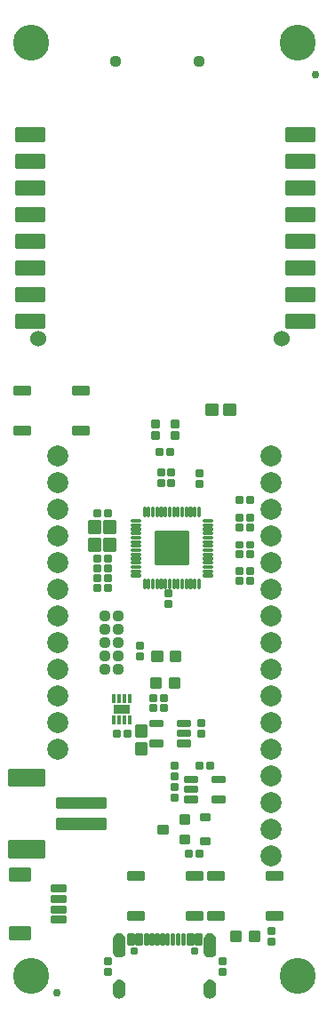
<source format=gts>
G04 EAGLE Gerber RS-274X export*
G75*
%MOMM*%
%FSLAX34Y34*%
%LPD*%
%INSoldermask Top*%
%IPPOS*%
%AMOC8*
5,1,8,0,0,1.08239X$1,22.5*%
G01*
%ADD10C,0.227100*%
%ADD11C,0.428259*%
%ADD12C,0.231750*%
%ADD13C,0.762000*%
%ADD14C,0.225588*%
%ADD15C,0.225369*%
%ADD16C,0.225400*%
%ADD17C,0.224509*%
%ADD18C,3.429000*%
%ADD19C,0.228900*%
%ADD20C,0.232887*%
%ADD21C,0.220859*%
%ADD22C,0.230578*%
%ADD23C,0.777000*%
%ADD24C,0.222250*%
%ADD25C,1.127000*%
%ADD26R,0.440000X0.840000*%
%ADD27R,1.520000X0.940000*%
%ADD28C,2.006600*%
%ADD29C,0.223409*%
%ADD30C,0.228319*%
%ADD31C,1.526997*%
%ADD32C,0.231559*%

G36*
X196884Y42883D02*
X196884Y42883D01*
X196890Y42889D01*
X196895Y42885D01*
X198125Y43250D01*
X198130Y43257D01*
X198135Y43255D01*
X199254Y43885D01*
X199257Y43892D01*
X199263Y43891D01*
X200213Y44754D01*
X200214Y44762D01*
X200220Y44762D01*
X200954Y45815D01*
X200954Y45823D01*
X200959Y45825D01*
X201441Y47015D01*
X201439Y47020D01*
X201443Y47023D01*
X201442Y47024D01*
X201444Y47025D01*
X201649Y48292D01*
X201646Y48297D01*
X201649Y48300D01*
X201649Y60300D01*
X201646Y60304D01*
X201649Y60307D01*
X201494Y61429D01*
X201489Y61434D01*
X201492Y61438D01*
X201121Y62509D01*
X201115Y62513D01*
X201117Y62518D01*
X200544Y63495D01*
X200538Y63498D01*
X200539Y63503D01*
X199786Y64350D01*
X199779Y64352D01*
X199779Y64357D01*
X198876Y65041D01*
X198869Y65041D01*
X198868Y65046D01*
X197849Y65541D01*
X197842Y65539D01*
X197840Y65544D01*
X196743Y65831D01*
X196737Y65828D01*
X196734Y65832D01*
X195603Y65899D01*
X195597Y65899D01*
X194466Y65832D01*
X194461Y65827D01*
X194457Y65831D01*
X193360Y65544D01*
X193356Y65538D01*
X193351Y65541D01*
X192332Y65046D01*
X192329Y65040D01*
X192324Y65041D01*
X191421Y64357D01*
X191419Y64350D01*
X191414Y64350D01*
X190661Y63503D01*
X190661Y63496D01*
X190656Y63495D01*
X190083Y62518D01*
X190084Y62515D01*
X190083Y62514D01*
X190084Y62513D01*
X190084Y62511D01*
X190079Y62509D01*
X189708Y61438D01*
X189710Y61433D01*
X189707Y61431D01*
X189707Y61430D01*
X189706Y61429D01*
X189551Y60307D01*
X189554Y60302D01*
X189551Y60300D01*
X189551Y48300D01*
X189554Y48295D01*
X189551Y48292D01*
X189756Y47025D01*
X189762Y47019D01*
X189759Y47015D01*
X190241Y45825D01*
X190248Y45821D01*
X190246Y45815D01*
X190980Y44762D01*
X190988Y44760D01*
X190987Y44754D01*
X191937Y43891D01*
X191946Y43890D01*
X191946Y43885D01*
X193065Y43255D01*
X193073Y43256D01*
X193075Y43250D01*
X194305Y42885D01*
X194313Y42888D01*
X194316Y42883D01*
X195597Y42801D01*
X195601Y42804D01*
X195603Y42801D01*
X196884Y42883D01*
G37*
G36*
X110484Y42883D02*
X110484Y42883D01*
X110490Y42889D01*
X110495Y42885D01*
X111725Y43250D01*
X111730Y43257D01*
X111735Y43255D01*
X112854Y43885D01*
X112857Y43892D01*
X112863Y43891D01*
X113813Y44754D01*
X113814Y44762D01*
X113820Y44762D01*
X114554Y45815D01*
X114554Y45823D01*
X114559Y45825D01*
X115041Y47015D01*
X115039Y47020D01*
X115043Y47023D01*
X115042Y47024D01*
X115044Y47025D01*
X115249Y48292D01*
X115246Y48297D01*
X115249Y48300D01*
X115249Y60300D01*
X115246Y60304D01*
X115249Y60307D01*
X115094Y61429D01*
X115089Y61434D01*
X115092Y61438D01*
X114721Y62509D01*
X114715Y62513D01*
X114717Y62518D01*
X114144Y63495D01*
X114138Y63498D01*
X114139Y63503D01*
X113386Y64350D01*
X113379Y64352D01*
X113379Y64357D01*
X112476Y65041D01*
X112469Y65041D01*
X112468Y65046D01*
X111449Y65541D01*
X111442Y65539D01*
X111440Y65544D01*
X110343Y65831D01*
X110337Y65828D01*
X110334Y65832D01*
X109203Y65899D01*
X109197Y65899D01*
X108066Y65832D01*
X108061Y65827D01*
X108057Y65831D01*
X106960Y65544D01*
X106956Y65538D01*
X106951Y65541D01*
X105932Y65046D01*
X105929Y65040D01*
X105924Y65041D01*
X105021Y64357D01*
X105019Y64350D01*
X105014Y64350D01*
X104261Y63503D01*
X104261Y63496D01*
X104256Y63495D01*
X103683Y62518D01*
X103684Y62515D01*
X103683Y62514D01*
X103684Y62513D01*
X103684Y62511D01*
X103679Y62509D01*
X103308Y61438D01*
X103310Y61433D01*
X103307Y61431D01*
X103307Y61430D01*
X103306Y61429D01*
X103151Y60307D01*
X103154Y60302D01*
X103151Y60300D01*
X103151Y48300D01*
X103154Y48295D01*
X103151Y48292D01*
X103356Y47025D01*
X103362Y47019D01*
X103359Y47015D01*
X103841Y45825D01*
X103848Y45821D01*
X103846Y45815D01*
X104580Y44762D01*
X104588Y44760D01*
X104587Y44754D01*
X105537Y43891D01*
X105546Y43890D01*
X105546Y43885D01*
X106665Y43255D01*
X106673Y43256D01*
X106675Y43250D01*
X107905Y42885D01*
X107913Y42888D01*
X107916Y42883D01*
X109197Y42801D01*
X109201Y42804D01*
X109203Y42801D01*
X110484Y42883D01*
G37*
G36*
X196771Y3611D02*
X196771Y3611D01*
X196776Y3616D01*
X196780Y3613D01*
X197903Y3948D01*
X197907Y3954D01*
X197911Y3952D01*
X198947Y4500D01*
X198950Y4506D01*
X198955Y4505D01*
X199863Y5244D01*
X199865Y5251D01*
X199870Y5251D01*
X200617Y6153D01*
X200617Y6161D01*
X200623Y6161D01*
X201179Y7192D01*
X201178Y7199D01*
X201183Y7201D01*
X201527Y8320D01*
X201525Y8327D01*
X201529Y8330D01*
X201649Y9495D01*
X201647Y9498D01*
X201649Y9500D01*
X201649Y15500D01*
X201647Y15503D01*
X201649Y15505D01*
X201538Y16681D01*
X201533Y16686D01*
X201536Y16690D01*
X201198Y17822D01*
X201192Y17826D01*
X201194Y17831D01*
X200642Y18875D01*
X200635Y18878D01*
X200637Y18883D01*
X199891Y19799D01*
X199884Y19800D01*
X199884Y19806D01*
X198975Y20559D01*
X198967Y20559D01*
X198967Y20564D01*
X197927Y21125D01*
X197920Y21124D01*
X197918Y21129D01*
X196789Y21476D01*
X196783Y21474D01*
X196780Y21478D01*
X195605Y21599D01*
X195598Y21595D01*
X195594Y21599D01*
X194254Y21442D01*
X194248Y21437D01*
X194243Y21440D01*
X192972Y20989D01*
X192967Y20982D01*
X192962Y20984D01*
X191823Y20262D01*
X191820Y20254D01*
X191814Y20255D01*
X190864Y19297D01*
X190863Y19289D01*
X190857Y19288D01*
X190144Y18143D01*
X190145Y18135D01*
X190139Y18133D01*
X189699Y16857D01*
X189701Y16850D01*
X189697Y16847D01*
X189551Y15505D01*
X189553Y15502D01*
X189551Y15500D01*
X189551Y9500D01*
X189553Y9497D01*
X189551Y9494D01*
X189706Y8165D01*
X189712Y8159D01*
X189709Y8155D01*
X190156Y6894D01*
X190163Y6889D01*
X190161Y6884D01*
X190878Y5754D01*
X190885Y5751D01*
X190884Y5745D01*
X191835Y4803D01*
X191843Y4802D01*
X191843Y4796D01*
X192979Y4089D01*
X192987Y4090D01*
X192989Y4084D01*
X194254Y3648D01*
X194259Y3649D01*
X194260Y3649D01*
X194263Y3649D01*
X194265Y3645D01*
X195595Y3501D01*
X195601Y3505D01*
X195605Y3501D01*
X196771Y3611D01*
G37*
G36*
X110371Y3611D02*
X110371Y3611D01*
X110376Y3616D01*
X110380Y3613D01*
X111503Y3948D01*
X111507Y3954D01*
X111511Y3952D01*
X112547Y4500D01*
X112550Y4506D01*
X112555Y4505D01*
X113463Y5244D01*
X113465Y5251D01*
X113470Y5251D01*
X114217Y6153D01*
X114217Y6161D01*
X114223Y6161D01*
X114779Y7192D01*
X114778Y7199D01*
X114783Y7201D01*
X115127Y8320D01*
X115125Y8327D01*
X115129Y8330D01*
X115249Y9495D01*
X115247Y9498D01*
X115249Y9500D01*
X115249Y15500D01*
X115247Y15503D01*
X115249Y15505D01*
X115138Y16681D01*
X115133Y16686D01*
X115136Y16690D01*
X114798Y17822D01*
X114792Y17826D01*
X114794Y17831D01*
X114242Y18875D01*
X114235Y18878D01*
X114237Y18883D01*
X113491Y19799D01*
X113484Y19800D01*
X113484Y19806D01*
X112575Y20559D01*
X112567Y20559D01*
X112567Y20564D01*
X111527Y21125D01*
X111520Y21124D01*
X111518Y21129D01*
X110389Y21476D01*
X110383Y21474D01*
X110380Y21478D01*
X109205Y21599D01*
X109198Y21595D01*
X109194Y21599D01*
X107854Y21442D01*
X107848Y21437D01*
X107843Y21440D01*
X106572Y20989D01*
X106567Y20982D01*
X106562Y20984D01*
X105423Y20262D01*
X105420Y20254D01*
X105414Y20255D01*
X104464Y19297D01*
X104463Y19289D01*
X104457Y19288D01*
X103744Y18143D01*
X103745Y18135D01*
X103739Y18133D01*
X103299Y16857D01*
X103301Y16850D01*
X103297Y16847D01*
X103151Y15505D01*
X103153Y15502D01*
X103151Y15500D01*
X103151Y9500D01*
X103153Y9497D01*
X103151Y9494D01*
X103306Y8165D01*
X103312Y8159D01*
X103309Y8155D01*
X103756Y6894D01*
X103763Y6889D01*
X103761Y6884D01*
X104478Y5754D01*
X104485Y5751D01*
X104484Y5745D01*
X105435Y4803D01*
X105443Y4802D01*
X105443Y4796D01*
X106579Y4089D01*
X106587Y4090D01*
X106589Y4084D01*
X107854Y3648D01*
X107859Y3649D01*
X107860Y3649D01*
X107863Y3649D01*
X107865Y3645D01*
X109195Y3501D01*
X109201Y3505D01*
X109205Y3501D01*
X110371Y3611D01*
G37*
D10*
X186850Y173950D02*
X186850Y179250D01*
X194150Y179250D01*
X194150Y173950D01*
X186850Y173950D01*
X186850Y176107D02*
X194150Y176107D01*
X194150Y178264D02*
X186850Y178264D01*
X186850Y156250D02*
X186850Y150950D01*
X186850Y156250D02*
X194150Y156250D01*
X194150Y150950D01*
X186850Y150950D01*
X186850Y153107D02*
X194150Y153107D01*
X194150Y155264D02*
X186850Y155264D01*
D11*
X157676Y301306D02*
X157676Y308294D01*
X164664Y308294D01*
X164664Y301306D01*
X157676Y301306D01*
X157676Y305375D02*
X164664Y305375D01*
X140136Y308294D02*
X140136Y301306D01*
X140136Y308294D02*
X147124Y308294D01*
X147124Y301306D01*
X140136Y301306D01*
X140136Y305375D02*
X147124Y305375D01*
D12*
X175266Y159076D02*
X175266Y152124D01*
X167314Y152124D01*
X167314Y159076D01*
X175266Y159076D01*
X175266Y154326D02*
X167314Y154326D01*
X167314Y156528D02*
X175266Y156528D01*
X175266Y158730D02*
X167314Y158730D01*
X175266Y171124D02*
X175266Y178076D01*
X175266Y171124D02*
X167314Y171124D01*
X167314Y178076D01*
X175266Y178076D01*
X175266Y173326D02*
X167314Y173326D01*
X167314Y175528D02*
X175266Y175528D01*
X175266Y177730D02*
X167314Y177730D01*
X154266Y168576D02*
X154266Y161624D01*
X146314Y161624D01*
X146314Y168576D01*
X154266Y168576D01*
X154266Y163826D02*
X146314Y163826D01*
X146314Y166028D02*
X154266Y166028D01*
X154266Y168230D02*
X146314Y168230D01*
D11*
X148394Y326706D02*
X148394Y333694D01*
X148394Y326706D02*
X141406Y326706D01*
X141406Y333694D01*
X148394Y333694D01*
X148394Y330775D02*
X141406Y330775D01*
X165934Y333694D02*
X165934Y326706D01*
X158946Y326706D01*
X158946Y333694D01*
X165934Y333694D01*
X165934Y330775D02*
X158946Y330775D01*
D13*
X49530Y8890D03*
X295910Y883920D03*
D14*
X4543Y127487D02*
X4543Y116473D01*
X4543Y127487D02*
X23557Y127487D01*
X23557Y116473D01*
X4543Y116473D01*
X4543Y118616D02*
X23557Y118616D01*
X23557Y120759D02*
X4543Y120759D01*
X4543Y122902D02*
X23557Y122902D01*
X23557Y125045D02*
X4543Y125045D01*
X4543Y127188D02*
X23557Y127188D01*
X4543Y71487D02*
X4543Y60473D01*
X4543Y71487D02*
X23557Y71487D01*
X23557Y60473D01*
X4543Y60473D01*
X4543Y62616D02*
X23557Y62616D01*
X23557Y64759D02*
X4543Y64759D01*
X4543Y66902D02*
X23557Y66902D01*
X23557Y69045D02*
X4543Y69045D01*
X4543Y71188D02*
X23557Y71188D01*
D15*
X44542Y106472D02*
X44542Y111488D01*
X57058Y111488D01*
X57058Y106472D01*
X44542Y106472D01*
X44542Y108613D02*
X57058Y108613D01*
X57058Y110754D02*
X44542Y110754D01*
X44542Y101488D02*
X44542Y96472D01*
X44542Y101488D02*
X57058Y101488D01*
X57058Y96472D01*
X44542Y96472D01*
X44542Y98613D02*
X57058Y98613D01*
X57058Y100754D02*
X44542Y100754D01*
X44542Y91488D02*
X44542Y86472D01*
X44542Y91488D02*
X57058Y91488D01*
X57058Y86472D01*
X44542Y86472D01*
X44542Y88613D02*
X57058Y88613D01*
X57058Y90754D02*
X44542Y90754D01*
X44542Y81488D02*
X44542Y76472D01*
X44542Y81488D02*
X57058Y81488D01*
X57058Y76472D01*
X44542Y76472D01*
X44542Y78613D02*
X57058Y78613D01*
X57058Y80754D02*
X44542Y80754D01*
D16*
X95068Y165832D02*
X95068Y174848D01*
X95068Y165832D02*
X50052Y165832D01*
X50052Y174848D01*
X95068Y174848D01*
X95068Y167973D02*
X50052Y167973D01*
X50052Y170114D02*
X95068Y170114D01*
X95068Y172255D02*
X50052Y172255D01*
X50052Y174396D02*
X95068Y174396D01*
X95068Y185832D02*
X95068Y194848D01*
X95068Y185832D02*
X50052Y185832D01*
X50052Y194848D01*
X95068Y194848D01*
X95068Y187973D02*
X50052Y187973D01*
X50052Y190114D02*
X95068Y190114D01*
X95068Y192255D02*
X50052Y192255D01*
X50052Y194396D02*
X95068Y194396D01*
D17*
X37073Y153853D02*
X4047Y153853D01*
X37073Y153853D02*
X37073Y138827D01*
X4047Y138827D01*
X4047Y153853D01*
X4047Y140960D02*
X37073Y140960D01*
X37073Y143093D02*
X4047Y143093D01*
X4047Y145226D02*
X37073Y145226D01*
X37073Y147359D02*
X4047Y147359D01*
X4047Y149492D02*
X37073Y149492D01*
X37073Y151625D02*
X4047Y151625D01*
X4047Y153758D02*
X37073Y153758D01*
X37073Y221853D02*
X4047Y221853D01*
X37073Y221853D02*
X37073Y206827D01*
X4047Y206827D01*
X4047Y221853D01*
X4047Y208960D02*
X37073Y208960D01*
X37073Y211093D02*
X4047Y211093D01*
X4047Y213226D02*
X37073Y213226D01*
X37073Y215359D02*
X4047Y215359D01*
X4047Y217492D02*
X37073Y217492D01*
X37073Y219625D02*
X4047Y219625D01*
X4047Y221758D02*
X37073Y221758D01*
D18*
X25400Y914400D03*
X279400Y914400D03*
X279400Y25400D03*
X25400Y25400D03*
D15*
X95202Y425418D02*
X100218Y425418D01*
X100218Y420402D01*
X95202Y420402D01*
X95202Y425418D01*
X95202Y422543D02*
X100218Y422543D01*
X100218Y424684D02*
X95202Y424684D01*
X90218Y425418D02*
X85202Y425418D01*
X90218Y425418D02*
X90218Y420402D01*
X85202Y420402D01*
X85202Y425418D01*
X85202Y422543D02*
X90218Y422543D01*
X90218Y424684D02*
X85202Y424684D01*
X85202Y463582D02*
X90218Y463582D01*
X85202Y463582D02*
X85202Y468598D01*
X90218Y468598D01*
X90218Y463582D01*
X90218Y465723D02*
X85202Y465723D01*
X85202Y467864D02*
X90218Y467864D01*
X95202Y463582D02*
X100218Y463582D01*
X95202Y463582D02*
X95202Y468598D01*
X100218Y468598D01*
X100218Y463582D01*
X100218Y465723D02*
X95202Y465723D01*
X95202Y467864D02*
X100218Y467864D01*
D19*
X185241Y471301D02*
X185241Y463569D01*
X184259Y463569D01*
X184259Y471301D01*
X185241Y471301D01*
X185241Y465744D02*
X184259Y465744D01*
X184259Y467919D02*
X185241Y467919D01*
X185241Y470094D02*
X184259Y470094D01*
X181241Y471301D02*
X181241Y463569D01*
X180259Y463569D01*
X180259Y471301D01*
X181241Y471301D01*
X181241Y465744D02*
X180259Y465744D01*
X180259Y467919D02*
X181241Y467919D01*
X181241Y470094D02*
X180259Y470094D01*
X177241Y471301D02*
X177241Y463569D01*
X176259Y463569D01*
X176259Y471301D01*
X177241Y471301D01*
X177241Y465744D02*
X176259Y465744D01*
X176259Y467919D02*
X177241Y467919D01*
X177241Y470094D02*
X176259Y470094D01*
X173241Y471301D02*
X173241Y463569D01*
X172259Y463569D01*
X172259Y471301D01*
X173241Y471301D01*
X173241Y465744D02*
X172259Y465744D01*
X172259Y467919D02*
X173241Y467919D01*
X173241Y470094D02*
X172259Y470094D01*
X169241Y471301D02*
X169241Y463569D01*
X168259Y463569D01*
X168259Y471301D01*
X169241Y471301D01*
X169241Y465744D02*
X168259Y465744D01*
X168259Y467919D02*
X169241Y467919D01*
X169241Y470094D02*
X168259Y470094D01*
X165241Y471301D02*
X165241Y463569D01*
X164259Y463569D01*
X164259Y471301D01*
X165241Y471301D01*
X165241Y465744D02*
X164259Y465744D01*
X164259Y467919D02*
X165241Y467919D01*
X165241Y470094D02*
X164259Y470094D01*
X160259Y471301D02*
X160259Y463569D01*
X160259Y471301D02*
X161241Y471301D01*
X161241Y463569D01*
X160259Y463569D01*
X160259Y465744D02*
X161241Y465744D01*
X161241Y467919D02*
X160259Y467919D01*
X160259Y470094D02*
X161241Y470094D01*
D20*
X143279Y448541D02*
X143279Y417599D01*
X143279Y448541D02*
X174221Y448541D01*
X174221Y417599D01*
X143279Y417599D01*
X143279Y419812D02*
X174221Y419812D01*
X174221Y422025D02*
X143279Y422025D01*
X143279Y424238D02*
X174221Y424238D01*
X174221Y426451D02*
X143279Y426451D01*
X143279Y428664D02*
X174221Y428664D01*
X174221Y430877D02*
X143279Y430877D01*
X143279Y433090D02*
X174221Y433090D01*
X174221Y435303D02*
X143279Y435303D01*
X143279Y437516D02*
X174221Y437516D01*
X174221Y439729D02*
X143279Y439729D01*
X143279Y441942D02*
X174221Y441942D01*
X174221Y444155D02*
X143279Y444155D01*
X143279Y446368D02*
X174221Y446368D01*
D19*
X157241Y463569D02*
X157241Y471301D01*
X157241Y463569D02*
X156259Y463569D01*
X156259Y471301D01*
X157241Y471301D01*
X157241Y465744D02*
X156259Y465744D01*
X156259Y467919D02*
X157241Y467919D01*
X157241Y470094D02*
X156259Y470094D01*
X153241Y471301D02*
X153241Y463569D01*
X152259Y463569D01*
X152259Y471301D01*
X153241Y471301D01*
X153241Y465744D02*
X152259Y465744D01*
X152259Y467919D02*
X153241Y467919D01*
X153241Y470094D02*
X152259Y470094D01*
X149241Y471301D02*
X149241Y463569D01*
X148259Y463569D01*
X148259Y471301D01*
X149241Y471301D01*
X149241Y465744D02*
X148259Y465744D01*
X148259Y467919D02*
X149241Y467919D01*
X149241Y470094D02*
X148259Y470094D01*
X145241Y471301D02*
X145241Y463569D01*
X144259Y463569D01*
X144259Y471301D01*
X145241Y471301D01*
X145241Y465744D02*
X144259Y465744D01*
X144259Y467919D02*
X145241Y467919D01*
X145241Y470094D02*
X144259Y470094D01*
X141241Y471301D02*
X141241Y463569D01*
X140259Y463569D01*
X140259Y471301D01*
X141241Y471301D01*
X141241Y465744D02*
X140259Y465744D01*
X140259Y467919D02*
X141241Y467919D01*
X141241Y470094D02*
X140259Y470094D01*
X137241Y471301D02*
X137241Y463569D01*
X136259Y463569D01*
X136259Y471301D01*
X137241Y471301D01*
X137241Y465744D02*
X136259Y465744D01*
X136259Y467919D02*
X137241Y467919D01*
X137241Y470094D02*
X136259Y470094D01*
X132259Y471301D02*
X132259Y463569D01*
X132259Y471301D02*
X133241Y471301D01*
X133241Y463569D01*
X132259Y463569D01*
X132259Y465744D02*
X133241Y465744D01*
X133241Y467919D02*
X132259Y467919D01*
X132259Y470094D02*
X133241Y470094D01*
X128251Y459561D02*
X120519Y459561D01*
X128251Y459561D02*
X128251Y458579D01*
X120519Y458579D01*
X120519Y459561D01*
X120519Y455561D02*
X128251Y455561D01*
X128251Y454579D01*
X120519Y454579D01*
X120519Y455561D01*
X120519Y451561D02*
X128251Y451561D01*
X128251Y450579D01*
X120519Y450579D01*
X120519Y451561D01*
X120519Y447561D02*
X128251Y447561D01*
X128251Y446579D01*
X120519Y446579D01*
X120519Y447561D01*
X120519Y443561D02*
X128251Y443561D01*
X128251Y442579D01*
X120519Y442579D01*
X120519Y443561D01*
X120519Y439561D02*
X128251Y439561D01*
X128251Y438579D01*
X120519Y438579D01*
X120519Y439561D01*
X120519Y434579D02*
X128251Y434579D01*
X120519Y434579D02*
X120519Y435561D01*
X128251Y435561D01*
X128251Y434579D01*
X128251Y431561D02*
X120519Y431561D01*
X128251Y431561D02*
X128251Y430579D01*
X120519Y430579D01*
X120519Y431561D01*
X120519Y427561D02*
X128251Y427561D01*
X128251Y426579D01*
X120519Y426579D01*
X120519Y427561D01*
X120519Y423561D02*
X128251Y423561D01*
X128251Y422579D01*
X120519Y422579D01*
X120519Y423561D01*
X120519Y419561D02*
X128251Y419561D01*
X128251Y418579D01*
X120519Y418579D01*
X120519Y419561D01*
X120519Y415561D02*
X128251Y415561D01*
X128251Y414579D01*
X120519Y414579D01*
X120519Y415561D01*
X120519Y411561D02*
X128251Y411561D01*
X128251Y410579D01*
X120519Y410579D01*
X120519Y411561D01*
X120519Y406579D02*
X128251Y406579D01*
X120519Y406579D02*
X120519Y407561D01*
X128251Y407561D01*
X128251Y406579D01*
X132259Y402571D02*
X132259Y394839D01*
X132259Y402571D02*
X133241Y402571D01*
X133241Y394839D01*
X132259Y394839D01*
X132259Y397014D02*
X133241Y397014D01*
X133241Y399189D02*
X132259Y399189D01*
X132259Y401364D02*
X133241Y401364D01*
X136259Y402571D02*
X136259Y394839D01*
X136259Y402571D02*
X137241Y402571D01*
X137241Y394839D01*
X136259Y394839D01*
X136259Y397014D02*
X137241Y397014D01*
X137241Y399189D02*
X136259Y399189D01*
X136259Y401364D02*
X137241Y401364D01*
X140259Y402571D02*
X140259Y394839D01*
X140259Y402571D02*
X141241Y402571D01*
X141241Y394839D01*
X140259Y394839D01*
X140259Y397014D02*
X141241Y397014D01*
X141241Y399189D02*
X140259Y399189D01*
X140259Y401364D02*
X141241Y401364D01*
X144259Y402571D02*
X144259Y394839D01*
X144259Y402571D02*
X145241Y402571D01*
X145241Y394839D01*
X144259Y394839D01*
X144259Y397014D02*
X145241Y397014D01*
X145241Y399189D02*
X144259Y399189D01*
X144259Y401364D02*
X145241Y401364D01*
X148259Y402571D02*
X148259Y394839D01*
X148259Y402571D02*
X149241Y402571D01*
X149241Y394839D01*
X148259Y394839D01*
X148259Y397014D02*
X149241Y397014D01*
X149241Y399189D02*
X148259Y399189D01*
X148259Y401364D02*
X149241Y401364D01*
X152259Y402571D02*
X152259Y394839D01*
X152259Y402571D02*
X153241Y402571D01*
X153241Y394839D01*
X152259Y394839D01*
X152259Y397014D02*
X153241Y397014D01*
X153241Y399189D02*
X152259Y399189D01*
X152259Y401364D02*
X153241Y401364D01*
X157241Y402571D02*
X157241Y394839D01*
X156259Y394839D01*
X156259Y402571D01*
X157241Y402571D01*
X157241Y397014D02*
X156259Y397014D01*
X156259Y399189D02*
X157241Y399189D01*
X157241Y401364D02*
X156259Y401364D01*
X160259Y402571D02*
X160259Y394839D01*
X160259Y402571D02*
X161241Y402571D01*
X161241Y394839D01*
X160259Y394839D01*
X160259Y397014D02*
X161241Y397014D01*
X161241Y399189D02*
X160259Y399189D01*
X160259Y401364D02*
X161241Y401364D01*
X164259Y402571D02*
X164259Y394839D01*
X164259Y402571D02*
X165241Y402571D01*
X165241Y394839D01*
X164259Y394839D01*
X164259Y397014D02*
X165241Y397014D01*
X165241Y399189D02*
X164259Y399189D01*
X164259Y401364D02*
X165241Y401364D01*
X168259Y402571D02*
X168259Y394839D01*
X168259Y402571D02*
X169241Y402571D01*
X169241Y394839D01*
X168259Y394839D01*
X168259Y397014D02*
X169241Y397014D01*
X169241Y399189D02*
X168259Y399189D01*
X168259Y401364D02*
X169241Y401364D01*
X172259Y402571D02*
X172259Y394839D01*
X172259Y402571D02*
X173241Y402571D01*
X173241Y394839D01*
X172259Y394839D01*
X172259Y397014D02*
X173241Y397014D01*
X173241Y399189D02*
X172259Y399189D01*
X172259Y401364D02*
X173241Y401364D01*
X176259Y402571D02*
X176259Y394839D01*
X176259Y402571D02*
X177241Y402571D01*
X177241Y394839D01*
X176259Y394839D01*
X176259Y397014D02*
X177241Y397014D01*
X177241Y399189D02*
X176259Y399189D01*
X176259Y401364D02*
X177241Y401364D01*
X180259Y402571D02*
X180259Y394839D01*
X180259Y402571D02*
X181241Y402571D01*
X181241Y394839D01*
X180259Y394839D01*
X180259Y397014D02*
X181241Y397014D01*
X181241Y399189D02*
X180259Y399189D01*
X180259Y401364D02*
X181241Y401364D01*
X185241Y402571D02*
X185241Y394839D01*
X184259Y394839D01*
X184259Y402571D01*
X185241Y402571D01*
X185241Y397014D02*
X184259Y397014D01*
X184259Y399189D02*
X185241Y399189D01*
X185241Y401364D02*
X184259Y401364D01*
X189249Y406579D02*
X196981Y406579D01*
X189249Y406579D02*
X189249Y407561D01*
X196981Y407561D01*
X196981Y406579D01*
X196981Y410579D02*
X189249Y410579D01*
X189249Y411561D01*
X196981Y411561D01*
X196981Y410579D01*
X196981Y414579D02*
X189249Y414579D01*
X189249Y415561D01*
X196981Y415561D01*
X196981Y414579D01*
X196981Y418579D02*
X189249Y418579D01*
X189249Y419561D01*
X196981Y419561D01*
X196981Y418579D01*
X196981Y422579D02*
X189249Y422579D01*
X189249Y423561D01*
X196981Y423561D01*
X196981Y422579D01*
X196981Y426579D02*
X189249Y426579D01*
X189249Y427561D01*
X196981Y427561D01*
X196981Y426579D01*
X196981Y431561D02*
X189249Y431561D01*
X196981Y431561D02*
X196981Y430579D01*
X189249Y430579D01*
X189249Y431561D01*
X189249Y434579D02*
X196981Y434579D01*
X189249Y434579D02*
X189249Y435561D01*
X196981Y435561D01*
X196981Y434579D01*
X196981Y438579D02*
X189249Y438579D01*
X189249Y439561D01*
X196981Y439561D01*
X196981Y438579D01*
X196981Y442579D02*
X189249Y442579D01*
X189249Y443561D01*
X196981Y443561D01*
X196981Y442579D01*
X196981Y446579D02*
X189249Y446579D01*
X189249Y447561D01*
X196981Y447561D01*
X196981Y446579D01*
X196981Y450579D02*
X189249Y450579D01*
X189249Y451561D01*
X196981Y451561D01*
X196981Y450579D01*
X196981Y454579D02*
X189249Y454579D01*
X189249Y455561D01*
X196981Y455561D01*
X196981Y454579D01*
X196981Y459561D02*
X189249Y459561D01*
X196981Y459561D02*
X196981Y458579D01*
X189249Y458579D01*
X189249Y459561D01*
D15*
X90218Y411131D02*
X85202Y411131D01*
X85202Y416147D01*
X90218Y416147D01*
X90218Y411131D01*
X90218Y413272D02*
X85202Y413272D01*
X85202Y415413D02*
X90218Y415413D01*
X95202Y411131D02*
X100218Y411131D01*
X95202Y411131D02*
X95202Y416147D01*
X100218Y416147D01*
X100218Y411131D01*
X100218Y413272D02*
X95202Y413272D01*
X95202Y415413D02*
X100218Y415413D01*
X100218Y406749D02*
X95202Y406749D01*
X100218Y406749D02*
X100218Y401733D01*
X95202Y401733D01*
X95202Y406749D01*
X95202Y403874D02*
X100218Y403874D01*
X100218Y406015D02*
X95202Y406015D01*
X90218Y406749D02*
X85202Y406749D01*
X90218Y406749D02*
X90218Y401733D01*
X85202Y401733D01*
X85202Y406749D01*
X85202Y403874D02*
X90218Y403874D01*
X90218Y406015D02*
X85202Y406015D01*
X221092Y433737D02*
X226108Y433737D01*
X221092Y433737D02*
X221092Y438753D01*
X226108Y438753D01*
X226108Y433737D01*
X226108Y435878D02*
X221092Y435878D01*
X221092Y438019D02*
X226108Y438019D01*
X231092Y433737D02*
X236108Y433737D01*
X231092Y433737D02*
X231092Y438753D01*
X236108Y438753D01*
X236108Y433737D01*
X236108Y435878D02*
X231092Y435878D01*
X231092Y438019D02*
X236108Y438019D01*
X226108Y399320D02*
X221092Y399320D01*
X221092Y404336D01*
X226108Y404336D01*
X226108Y399320D01*
X226108Y401461D02*
X221092Y401461D01*
X221092Y403602D02*
X226108Y403602D01*
X231092Y399320D02*
X236108Y399320D01*
X231092Y399320D02*
X231092Y404336D01*
X236108Y404336D01*
X236108Y399320D01*
X236108Y401461D02*
X231092Y401461D01*
X231092Y403602D02*
X236108Y403602D01*
X226108Y459391D02*
X221092Y459391D01*
X221092Y464407D01*
X226108Y464407D01*
X226108Y459391D01*
X226108Y461532D02*
X221092Y461532D01*
X221092Y463673D02*
X226108Y463673D01*
X231092Y459391D02*
X236108Y459391D01*
X231092Y459391D02*
X231092Y464407D01*
X236108Y464407D01*
X236108Y459391D01*
X236108Y461532D02*
X231092Y461532D01*
X231092Y463673D02*
X236108Y463673D01*
X187928Y491602D02*
X187928Y496618D01*
X187928Y491602D02*
X182912Y491602D01*
X182912Y496618D01*
X187928Y496618D01*
X187928Y493743D02*
X182912Y493743D01*
X182912Y495884D02*
X187928Y495884D01*
X187928Y501602D02*
X187928Y506618D01*
X187928Y501602D02*
X182912Y501602D01*
X182912Y506618D01*
X187928Y506618D01*
X187928Y503743D02*
X182912Y503743D01*
X182912Y505884D02*
X187928Y505884D01*
X151098Y497888D02*
X151098Y492872D01*
X146082Y492872D01*
X146082Y497888D01*
X151098Y497888D01*
X151098Y495013D02*
X146082Y495013D01*
X146082Y497154D02*
X151098Y497154D01*
X151098Y502872D02*
X151098Y507888D01*
X151098Y502872D02*
X146082Y502872D01*
X146082Y507888D01*
X151098Y507888D01*
X151098Y505013D02*
X146082Y505013D01*
X146082Y507154D02*
X151098Y507154D01*
X221092Y476282D02*
X226108Y476282D01*
X221092Y476282D02*
X221092Y481298D01*
X226108Y481298D01*
X226108Y476282D01*
X226108Y478423D02*
X221092Y478423D01*
X221092Y480564D02*
X226108Y480564D01*
X231092Y476282D02*
X236108Y476282D01*
X231092Y476282D02*
X231092Y481298D01*
X236108Y481298D01*
X236108Y476282D01*
X236108Y478423D02*
X231092Y478423D01*
X231092Y480564D02*
X236108Y480564D01*
X226108Y450247D02*
X221092Y450247D01*
X221092Y455263D01*
X226108Y455263D01*
X226108Y450247D01*
X226108Y452388D02*
X221092Y452388D01*
X221092Y454529D02*
X226108Y454529D01*
X231092Y450247D02*
X236108Y450247D01*
X231092Y450247D02*
X231092Y455263D01*
X236108Y455263D01*
X236108Y450247D01*
X236108Y452388D02*
X231092Y452388D01*
X231092Y454529D02*
X236108Y454529D01*
X100218Y397478D02*
X95202Y397478D01*
X100218Y397478D02*
X100218Y392462D01*
X95202Y392462D01*
X95202Y397478D01*
X95202Y394603D02*
X100218Y394603D01*
X100218Y396744D02*
X95202Y396744D01*
X90218Y397478D02*
X85202Y397478D01*
X90218Y397478D02*
X90218Y392462D01*
X85202Y392462D01*
X85202Y397478D01*
X85202Y394603D02*
X90218Y394603D01*
X90218Y396744D02*
X85202Y396744D01*
X153194Y392318D02*
X153194Y387302D01*
X153194Y392318D02*
X158210Y392318D01*
X158210Y387302D01*
X153194Y387302D01*
X153194Y389443D02*
X158210Y389443D01*
X158210Y391584D02*
X153194Y391584D01*
X153194Y382318D02*
X153194Y377302D01*
X153194Y382318D02*
X158210Y382318D01*
X158210Y377302D01*
X153194Y377302D01*
X153194Y379443D02*
X158210Y379443D01*
X158210Y381584D02*
X153194Y381584D01*
X221092Y408464D02*
X226108Y408464D01*
X221092Y408464D02*
X221092Y413480D01*
X226108Y413480D01*
X226108Y408464D01*
X226108Y410605D02*
X221092Y410605D01*
X221092Y412746D02*
X226108Y412746D01*
X231092Y408464D02*
X236108Y408464D01*
X231092Y408464D02*
X231092Y413480D01*
X236108Y413480D01*
X236108Y408464D01*
X236108Y410605D02*
X231092Y410605D01*
X231092Y412746D02*
X236108Y412746D01*
D21*
X80579Y447509D02*
X80579Y458571D01*
X90641Y458571D01*
X90641Y447509D01*
X80579Y447509D01*
X80579Y449608D02*
X90641Y449608D01*
X90641Y451707D02*
X80579Y451707D01*
X80579Y453806D02*
X90641Y453806D01*
X90641Y455905D02*
X80579Y455905D01*
X80579Y458004D02*
X90641Y458004D01*
X80579Y441571D02*
X80579Y430509D01*
X80579Y441571D02*
X90641Y441571D01*
X90641Y430509D01*
X80579Y430509D01*
X80579Y432608D02*
X90641Y432608D01*
X90641Y434707D02*
X80579Y434707D01*
X80579Y436806D02*
X90641Y436806D01*
X90641Y438905D02*
X80579Y438905D01*
X80579Y441004D02*
X90641Y441004D01*
X94579Y441571D02*
X94579Y430509D01*
X94579Y441571D02*
X104641Y441571D01*
X104641Y430509D01*
X94579Y430509D01*
X94579Y432608D02*
X104641Y432608D01*
X104641Y434707D02*
X94579Y434707D01*
X94579Y436806D02*
X104641Y436806D01*
X104641Y438905D02*
X94579Y438905D01*
X94579Y441004D02*
X104641Y441004D01*
X94579Y447509D02*
X94579Y458571D01*
X104641Y458571D01*
X104641Y447509D01*
X94579Y447509D01*
X94579Y449608D02*
X104641Y449608D01*
X104641Y451707D02*
X94579Y451707D01*
X94579Y453806D02*
X104641Y453806D01*
X104641Y455905D02*
X94579Y455905D01*
X94579Y458004D02*
X104641Y458004D01*
D22*
X158918Y55618D02*
X160882Y55618D01*
X158918Y55618D02*
X158918Y64582D01*
X160882Y64582D01*
X160882Y55618D01*
X160882Y57809D02*
X158918Y57809D01*
X158918Y60000D02*
X160882Y60000D01*
X160882Y62191D02*
X158918Y62191D01*
X158918Y64382D02*
X160882Y64382D01*
X155882Y55618D02*
X153918Y55618D01*
X153918Y64582D01*
X155882Y64582D01*
X155882Y55618D01*
X155882Y57809D02*
X153918Y57809D01*
X153918Y60000D02*
X155882Y60000D01*
X155882Y62191D02*
X153918Y62191D01*
X153918Y64382D02*
X155882Y64382D01*
D15*
X182142Y55592D02*
X187158Y55592D01*
X182142Y55592D02*
X182142Y64608D01*
X187158Y64608D01*
X187158Y55592D01*
X187158Y57733D02*
X182142Y57733D01*
X182142Y59874D02*
X187158Y59874D01*
X187158Y62015D02*
X182142Y62015D01*
X182142Y64156D02*
X187158Y64156D01*
X179408Y55592D02*
X174392Y55592D01*
X174392Y64608D01*
X179408Y64608D01*
X179408Y55592D01*
X179408Y57733D02*
X174392Y57733D01*
X174392Y59874D02*
X179408Y59874D01*
X179408Y62015D02*
X174392Y62015D01*
X174392Y64156D02*
X179408Y64156D01*
D22*
X170882Y55618D02*
X168918Y55618D01*
X168918Y64582D01*
X170882Y64582D01*
X170882Y55618D01*
X170882Y57809D02*
X168918Y57809D01*
X168918Y60000D02*
X170882Y60000D01*
X170882Y62191D02*
X168918Y62191D01*
X168918Y64382D02*
X170882Y64382D01*
X165882Y55618D02*
X163918Y55618D01*
X163918Y64582D01*
X165882Y64582D01*
X165882Y55618D01*
X165882Y57809D02*
X163918Y57809D01*
X163918Y60000D02*
X165882Y60000D01*
X165882Y62191D02*
X163918Y62191D01*
X163918Y64382D02*
X165882Y64382D01*
X145882Y64582D02*
X143918Y64582D01*
X145882Y64582D02*
X145882Y55618D01*
X143918Y55618D01*
X143918Y64582D01*
X143918Y57809D02*
X145882Y57809D01*
X145882Y60000D02*
X143918Y60000D01*
X143918Y62191D02*
X145882Y62191D01*
X145882Y64382D02*
X143918Y64382D01*
X148918Y64582D02*
X150882Y64582D01*
X150882Y55618D01*
X148918Y55618D01*
X148918Y64582D01*
X148918Y57809D02*
X150882Y57809D01*
X150882Y60000D02*
X148918Y60000D01*
X148918Y62191D02*
X150882Y62191D01*
X150882Y64382D02*
X148918Y64382D01*
D15*
X122658Y64608D02*
X117642Y64608D01*
X122658Y64608D02*
X122658Y55592D01*
X117642Y55592D01*
X117642Y64608D01*
X117642Y57733D02*
X122658Y57733D01*
X122658Y59874D02*
X117642Y59874D01*
X117642Y62015D02*
X122658Y62015D01*
X122658Y64156D02*
X117642Y64156D01*
X125392Y64608D02*
X130408Y64608D01*
X130408Y55592D01*
X125392Y55592D01*
X125392Y64608D01*
X125392Y57733D02*
X130408Y57733D01*
X130408Y59874D02*
X125392Y59874D01*
X125392Y62015D02*
X130408Y62015D01*
X130408Y64156D02*
X125392Y64156D01*
D22*
X133918Y64582D02*
X135882Y64582D01*
X135882Y55618D01*
X133918Y55618D01*
X133918Y64582D01*
X133918Y57809D02*
X135882Y57809D01*
X135882Y60000D02*
X133918Y60000D01*
X133918Y62191D02*
X135882Y62191D01*
X135882Y64382D02*
X133918Y64382D01*
X138918Y64582D02*
X140882Y64582D01*
X140882Y55618D01*
X138918Y55618D01*
X138918Y64582D01*
X138918Y57809D02*
X140882Y57809D01*
X140882Y60000D02*
X138918Y60000D01*
X138918Y62191D02*
X140882Y62191D01*
X140882Y64382D02*
X138918Y64382D01*
D23*
X123500Y49050D03*
X181300Y49050D03*
D24*
X249396Y79216D02*
X249396Y85884D01*
X263684Y85884D01*
X263684Y79216D01*
X249396Y79216D01*
X249396Y81328D02*
X263684Y81328D01*
X263684Y83440D02*
X249396Y83440D01*
X249396Y85552D02*
X263684Y85552D01*
X193516Y85884D02*
X193516Y79216D01*
X193516Y85884D02*
X207804Y85884D01*
X207804Y79216D01*
X193516Y79216D01*
X193516Y81328D02*
X207804Y81328D01*
X207804Y83440D02*
X193516Y83440D01*
X193516Y85552D02*
X207804Y85552D01*
X249396Y117316D02*
X249396Y123984D01*
X263684Y123984D01*
X263684Y117316D01*
X249396Y117316D01*
X249396Y119428D02*
X263684Y119428D01*
X263684Y121540D02*
X249396Y121540D01*
X249396Y123652D02*
X263684Y123652D01*
X193516Y123984D02*
X193516Y117316D01*
X193516Y123984D02*
X207804Y123984D01*
X207804Y117316D01*
X193516Y117316D01*
X193516Y119428D02*
X207804Y119428D01*
X207804Y121540D02*
X193516Y121540D01*
X193516Y123652D02*
X207804Y123652D01*
D25*
X185440Y896620D03*
X105440Y896620D03*
D26*
X104260Y289300D03*
X109260Y289300D03*
X114260Y289300D03*
X119260Y289300D03*
X119260Y269300D03*
X114260Y269300D03*
X109260Y269300D03*
X104260Y269300D03*
D27*
X111760Y279400D03*
D15*
X109268Y254032D02*
X104252Y254032D01*
X104252Y259048D01*
X109268Y259048D01*
X109268Y254032D01*
X109268Y256173D02*
X104252Y256173D01*
X104252Y258314D02*
X109268Y258314D01*
X114252Y254032D02*
X119268Y254032D01*
X114252Y254032D02*
X114252Y259048D01*
X119268Y259048D01*
X119268Y254032D01*
X119268Y256173D02*
X114252Y256173D01*
X114252Y258314D02*
X119268Y258314D01*
D28*
X254000Y139700D03*
X254000Y165100D03*
X254000Y190500D03*
X254000Y215900D03*
X254000Y241300D03*
X254000Y266700D03*
X254000Y292100D03*
X254000Y317500D03*
X254000Y342900D03*
X254000Y368300D03*
X254000Y393700D03*
X254000Y419100D03*
X254000Y444500D03*
X254000Y469900D03*
X254000Y495300D03*
X254000Y520700D03*
X50800Y241300D03*
X50800Y266700D03*
X50800Y292100D03*
X50800Y317500D03*
X50800Y342900D03*
X50800Y368300D03*
X50800Y393700D03*
X50800Y419100D03*
X50800Y444500D03*
X50800Y469900D03*
X50800Y495300D03*
X50800Y520700D03*
D15*
X155353Y507888D02*
X155353Y502872D01*
X155353Y507888D02*
X160369Y507888D01*
X160369Y502872D01*
X155353Y502872D01*
X155353Y505013D02*
X160369Y505013D01*
X160369Y507154D02*
X155353Y507154D01*
X155353Y497888D02*
X155353Y492872D01*
X155353Y497888D02*
X160369Y497888D01*
X160369Y492872D01*
X155353Y492872D01*
X155353Y495013D02*
X160369Y495013D01*
X160369Y497154D02*
X155353Y497154D01*
X149908Y522002D02*
X144892Y522002D01*
X144892Y527018D01*
X149908Y527018D01*
X149908Y522002D01*
X149908Y524143D02*
X144892Y524143D01*
X144892Y526284D02*
X149908Y526284D01*
X154892Y522002D02*
X159908Y522002D01*
X154892Y522002D02*
X154892Y527018D01*
X159908Y527018D01*
X159908Y522002D01*
X159908Y524143D02*
X154892Y524143D01*
X154892Y526284D02*
X159908Y526284D01*
D24*
X131604Y123984D02*
X131604Y117316D01*
X117316Y117316D01*
X117316Y123984D01*
X131604Y123984D01*
X131604Y119428D02*
X117316Y119428D01*
X117316Y121540D02*
X131604Y121540D01*
X131604Y123652D02*
X117316Y123652D01*
X187484Y123984D02*
X187484Y117316D01*
X173196Y117316D01*
X173196Y123984D01*
X187484Y123984D01*
X187484Y119428D02*
X173196Y119428D01*
X173196Y121540D02*
X187484Y121540D01*
X187484Y123652D02*
X173196Y123652D01*
X131604Y85884D02*
X131604Y79216D01*
X117316Y79216D01*
X117316Y85884D01*
X131604Y85884D01*
X131604Y81328D02*
X117316Y81328D01*
X117316Y83440D02*
X131604Y83440D01*
X131604Y85552D02*
X117316Y85552D01*
X187484Y85884D02*
X187484Y79216D01*
X173196Y79216D01*
X173196Y85884D01*
X187484Y85884D01*
X187484Y81328D02*
X173196Y81328D01*
X173196Y83440D02*
X187484Y83440D01*
X187484Y85552D02*
X173196Y85552D01*
D29*
X171981Y210432D02*
X171981Y214968D01*
X183017Y214968D01*
X183017Y210432D01*
X171981Y210432D01*
X171981Y212554D02*
X183017Y212554D01*
X183017Y214676D02*
X171981Y214676D01*
X171981Y205468D02*
X171981Y200932D01*
X171981Y205468D02*
X183017Y205468D01*
X183017Y200932D01*
X171981Y200932D01*
X171981Y203054D02*
X183017Y203054D01*
X183017Y205176D02*
X171981Y205176D01*
X171981Y195968D02*
X171981Y191432D01*
X171981Y195968D02*
X183017Y195968D01*
X183017Y191432D01*
X171981Y191432D01*
X171981Y193554D02*
X183017Y193554D01*
X183017Y195676D02*
X171981Y195676D01*
X197983Y195968D02*
X197983Y191432D01*
X197983Y195968D02*
X209019Y195968D01*
X209019Y191432D01*
X197983Y191432D01*
X197983Y193554D02*
X209019Y193554D01*
X209019Y195676D02*
X197983Y195676D01*
X197983Y210432D02*
X197983Y214968D01*
X209019Y214968D01*
X209019Y210432D01*
X197983Y210432D01*
X197983Y212554D02*
X209019Y212554D01*
X209019Y214676D02*
X197983Y214676D01*
X175999Y244772D02*
X175999Y249308D01*
X175999Y244772D02*
X164963Y244772D01*
X164963Y249308D01*
X175999Y249308D01*
X175999Y246894D02*
X164963Y246894D01*
X164963Y249016D02*
X175999Y249016D01*
X175999Y254272D02*
X175999Y258808D01*
X175999Y254272D02*
X164963Y254272D01*
X164963Y258808D01*
X175999Y258808D01*
X175999Y256394D02*
X164963Y256394D01*
X164963Y258516D02*
X175999Y258516D01*
X175999Y263772D02*
X175999Y268308D01*
X175999Y263772D02*
X164963Y263772D01*
X164963Y268308D01*
X175999Y268308D01*
X175999Y265894D02*
X164963Y265894D01*
X164963Y268016D02*
X175999Y268016D01*
X149997Y268308D02*
X149997Y263772D01*
X138961Y263772D01*
X138961Y268308D01*
X149997Y268308D01*
X149997Y265894D02*
X138961Y265894D01*
X138961Y268016D02*
X149997Y268016D01*
X149997Y249308D02*
X149997Y244772D01*
X138961Y244772D01*
X138961Y249308D01*
X149997Y249308D01*
X149997Y246894D02*
X138961Y246894D01*
X138961Y249016D02*
X149997Y249016D01*
D15*
X100298Y31798D02*
X100298Y26782D01*
X95282Y26782D01*
X95282Y31798D01*
X100298Y31798D01*
X100298Y28923D02*
X95282Y28923D01*
X95282Y31064D02*
X100298Y31064D01*
X100298Y36782D02*
X100298Y41798D01*
X100298Y36782D02*
X95282Y36782D01*
X95282Y41798D01*
X100298Y41798D01*
X100298Y38923D02*
X95282Y38923D01*
X95282Y41064D02*
X100298Y41064D01*
X209518Y31798D02*
X209518Y26782D01*
X204502Y26782D01*
X204502Y31798D01*
X209518Y31798D01*
X209518Y28923D02*
X204502Y28923D01*
X204502Y31064D02*
X209518Y31064D01*
X209518Y36782D02*
X209518Y41798D01*
X209518Y36782D02*
X204502Y36782D01*
X204502Y41798D01*
X209518Y41798D01*
X209518Y38923D02*
X204502Y38923D01*
X204502Y41064D02*
X209518Y41064D01*
X187848Y144748D02*
X182832Y144748D01*
X187848Y144748D02*
X187848Y139732D01*
X182832Y139732D01*
X182832Y144748D01*
X182832Y141873D02*
X187848Y141873D01*
X187848Y144014D02*
X182832Y144014D01*
X177848Y144748D02*
X172832Y144748D01*
X177848Y144748D02*
X177848Y139732D01*
X172832Y139732D01*
X172832Y144748D01*
X172832Y141873D02*
X177848Y141873D01*
X177848Y144014D02*
X172832Y144014D01*
X163798Y193152D02*
X163798Y198168D01*
X163798Y193152D02*
X158782Y193152D01*
X158782Y198168D01*
X163798Y198168D01*
X163798Y195293D02*
X158782Y195293D01*
X158782Y197434D02*
X163798Y197434D01*
X163798Y203152D02*
X163798Y208168D01*
X163798Y203152D02*
X158782Y203152D01*
X158782Y208168D01*
X163798Y208168D01*
X163798Y205293D02*
X158782Y205293D01*
X158782Y207434D02*
X163798Y207434D01*
X163798Y213472D02*
X163798Y218488D01*
X163798Y213472D02*
X158782Y213472D01*
X158782Y218488D01*
X163798Y218488D01*
X163798Y215613D02*
X158782Y215613D01*
X158782Y217754D02*
X163798Y217754D01*
X163798Y223472D02*
X163798Y228488D01*
X163798Y223472D02*
X158782Y223472D01*
X158782Y228488D01*
X163798Y228488D01*
X163798Y225613D02*
X158782Y225613D01*
X158782Y227754D02*
X163798Y227754D01*
X192992Y228568D02*
X198008Y228568D01*
X198008Y223552D01*
X192992Y223552D01*
X192992Y228568D01*
X192992Y225693D02*
X198008Y225693D01*
X198008Y227834D02*
X192992Y227834D01*
X188008Y228568D02*
X182992Y228568D01*
X188008Y228568D02*
X188008Y223552D01*
X182992Y223552D01*
X182992Y228568D01*
X182992Y225693D02*
X188008Y225693D01*
X188008Y227834D02*
X182992Y227834D01*
X143558Y287306D02*
X138542Y287306D01*
X138542Y292322D01*
X143558Y292322D01*
X143558Y287306D01*
X143558Y289447D02*
X138542Y289447D01*
X138542Y291588D02*
X143558Y291588D01*
X148542Y287306D02*
X153558Y287306D01*
X148542Y287306D02*
X148542Y292322D01*
X153558Y292322D01*
X153558Y287306D01*
X153558Y289447D02*
X148542Y289447D01*
X148542Y291588D02*
X153558Y291588D01*
X125762Y337772D02*
X125762Y342788D01*
X130778Y342788D01*
X130778Y337772D01*
X125762Y337772D01*
X125762Y339913D02*
X130778Y339913D01*
X130778Y342054D02*
X125762Y342054D01*
X125762Y332788D02*
X125762Y327772D01*
X125762Y332788D02*
X130778Y332788D01*
X130778Y327772D01*
X125762Y327772D01*
X125762Y329913D02*
X130778Y329913D01*
X130778Y332054D02*
X125762Y332054D01*
D25*
X107950Y330200D03*
X107950Y342900D03*
X107950Y355600D03*
X107950Y368300D03*
X107950Y317500D03*
X95250Y330200D03*
X95250Y342900D03*
X95250Y355600D03*
X95250Y368300D03*
X95250Y317500D03*
D15*
X231092Y429609D02*
X236108Y429609D01*
X236108Y424593D01*
X231092Y424593D01*
X231092Y429609D01*
X231092Y426734D02*
X236108Y426734D01*
X236108Y428875D02*
X231092Y428875D01*
X226108Y429609D02*
X221092Y429609D01*
X226108Y429609D02*
X226108Y424593D01*
X221092Y424593D01*
X221092Y429609D01*
X221092Y426734D02*
X226108Y426734D01*
X226108Y428875D02*
X221092Y428875D01*
X153558Y283178D02*
X148542Y283178D01*
X153558Y283178D02*
X153558Y278162D01*
X148542Y278162D01*
X148542Y283178D01*
X148542Y280303D02*
X153558Y280303D01*
X153558Y282444D02*
X148542Y282444D01*
X143558Y283178D02*
X138542Y283178D01*
X143558Y283178D02*
X143558Y278162D01*
X138542Y278162D01*
X138542Y283178D01*
X138542Y280303D02*
X143558Y280303D01*
X143558Y282444D02*
X138542Y282444D01*
X184182Y269128D02*
X184182Y264112D01*
X184182Y269128D02*
X189198Y269128D01*
X189198Y264112D01*
X184182Y264112D01*
X184182Y266253D02*
X189198Y266253D01*
X189198Y268394D02*
X184182Y268394D01*
X184182Y259128D02*
X184182Y254112D01*
X184182Y259128D02*
X189198Y259128D01*
X189198Y254112D01*
X184182Y254112D01*
X184182Y256253D02*
X189198Y256253D01*
X189198Y258394D02*
X184182Y258394D01*
D16*
X125032Y253682D02*
X125032Y263698D01*
X134048Y263698D01*
X134048Y253682D01*
X125032Y253682D01*
X125032Y255823D02*
X134048Y255823D01*
X134048Y257964D02*
X125032Y257964D01*
X125032Y260105D02*
X134048Y260105D01*
X134048Y262246D02*
X125032Y262246D01*
X125032Y246698D02*
X125032Y236682D01*
X125032Y246698D02*
X134048Y246698D01*
X134048Y236682D01*
X125032Y236682D01*
X125032Y238823D02*
X134048Y238823D01*
X134048Y240964D02*
X125032Y240964D01*
X125032Y243105D02*
X134048Y243105D01*
X134048Y245246D02*
X125032Y245246D01*
D15*
X251492Y71008D02*
X251492Y65992D01*
X251492Y71008D02*
X256508Y71008D01*
X256508Y65992D01*
X251492Y65992D01*
X251492Y68133D02*
X256508Y68133D01*
X256508Y70274D02*
X251492Y70274D01*
X251492Y61008D02*
X251492Y55992D01*
X251492Y61008D02*
X256508Y61008D01*
X256508Y55992D01*
X251492Y55992D01*
X251492Y58133D02*
X256508Y58133D01*
X256508Y60274D02*
X251492Y60274D01*
D11*
X233876Y60006D02*
X233876Y66994D01*
X240864Y66994D01*
X240864Y60006D01*
X233876Y60006D01*
X233876Y64075D02*
X240864Y64075D01*
X216336Y66994D02*
X216336Y60006D01*
X216336Y66994D02*
X223324Y66994D01*
X223324Y60006D01*
X216336Y60006D01*
X216336Y64075D02*
X223324Y64075D01*
D30*
X37124Y832764D02*
X11136Y832764D01*
X37124Y832764D02*
X37124Y820776D01*
X11136Y820776D01*
X11136Y832764D01*
X11136Y822945D02*
X37124Y822945D01*
X37124Y825114D02*
X11136Y825114D01*
X11136Y827283D02*
X37124Y827283D01*
X37124Y829452D02*
X11136Y829452D01*
X11136Y831621D02*
X37124Y831621D01*
X37124Y807364D02*
X11136Y807364D01*
X37124Y807364D02*
X37124Y795376D01*
X11136Y795376D01*
X11136Y807364D01*
X11136Y797545D02*
X37124Y797545D01*
X37124Y799714D02*
X11136Y799714D01*
X11136Y801883D02*
X37124Y801883D01*
X37124Y804052D02*
X11136Y804052D01*
X11136Y806221D02*
X37124Y806221D01*
X37124Y781964D02*
X11136Y781964D01*
X37124Y781964D02*
X37124Y769976D01*
X11136Y769976D01*
X11136Y781964D01*
X11136Y772145D02*
X37124Y772145D01*
X37124Y774314D02*
X11136Y774314D01*
X11136Y776483D02*
X37124Y776483D01*
X37124Y778652D02*
X11136Y778652D01*
X11136Y780821D02*
X37124Y780821D01*
X37124Y756564D02*
X11136Y756564D01*
X37124Y756564D02*
X37124Y744576D01*
X11136Y744576D01*
X11136Y756564D01*
X11136Y746745D02*
X37124Y746745D01*
X37124Y748914D02*
X11136Y748914D01*
X11136Y751083D02*
X37124Y751083D01*
X37124Y753252D02*
X11136Y753252D01*
X11136Y755421D02*
X37124Y755421D01*
X37124Y731164D02*
X11136Y731164D01*
X37124Y731164D02*
X37124Y719176D01*
X11136Y719176D01*
X11136Y731164D01*
X11136Y721345D02*
X37124Y721345D01*
X37124Y723514D02*
X11136Y723514D01*
X11136Y725683D02*
X37124Y725683D01*
X37124Y727852D02*
X11136Y727852D01*
X11136Y730021D02*
X37124Y730021D01*
X37124Y705764D02*
X11136Y705764D01*
X37124Y705764D02*
X37124Y693776D01*
X11136Y693776D01*
X11136Y705764D01*
X11136Y695945D02*
X37124Y695945D01*
X37124Y698114D02*
X11136Y698114D01*
X11136Y700283D02*
X37124Y700283D01*
X37124Y702452D02*
X11136Y702452D01*
X11136Y704621D02*
X37124Y704621D01*
X37124Y680364D02*
X11136Y680364D01*
X37124Y680364D02*
X37124Y668376D01*
X11136Y668376D01*
X11136Y680364D01*
X11136Y670545D02*
X37124Y670545D01*
X37124Y672714D02*
X11136Y672714D01*
X11136Y674883D02*
X37124Y674883D01*
X37124Y677052D02*
X11136Y677052D01*
X11136Y679221D02*
X37124Y679221D01*
X37124Y654964D02*
X11136Y654964D01*
X37124Y654964D02*
X37124Y642976D01*
X11136Y642976D01*
X11136Y654964D01*
X11136Y645145D02*
X37124Y645145D01*
X37124Y647314D02*
X11136Y647314D01*
X11136Y649483D02*
X37124Y649483D01*
X37124Y651652D02*
X11136Y651652D01*
X11136Y653821D02*
X37124Y653821D01*
X268336Y832764D02*
X294324Y832764D01*
X294324Y820776D01*
X268336Y820776D01*
X268336Y832764D01*
X268336Y822945D02*
X294324Y822945D01*
X294324Y825114D02*
X268336Y825114D01*
X268336Y827283D02*
X294324Y827283D01*
X294324Y829452D02*
X268336Y829452D01*
X268336Y831621D02*
X294324Y831621D01*
X294324Y807364D02*
X268336Y807364D01*
X294324Y807364D02*
X294324Y795376D01*
X268336Y795376D01*
X268336Y807364D01*
X268336Y797545D02*
X294324Y797545D01*
X294324Y799714D02*
X268336Y799714D01*
X268336Y801883D02*
X294324Y801883D01*
X294324Y804052D02*
X268336Y804052D01*
X268336Y806221D02*
X294324Y806221D01*
X294324Y781964D02*
X268336Y781964D01*
X294324Y781964D02*
X294324Y769976D01*
X268336Y769976D01*
X268336Y781964D01*
X268336Y772145D02*
X294324Y772145D01*
X294324Y774314D02*
X268336Y774314D01*
X268336Y776483D02*
X294324Y776483D01*
X294324Y778652D02*
X268336Y778652D01*
X268336Y780821D02*
X294324Y780821D01*
X294324Y756564D02*
X268336Y756564D01*
X294324Y756564D02*
X294324Y744576D01*
X268336Y744576D01*
X268336Y756564D01*
X268336Y746745D02*
X294324Y746745D01*
X294324Y748914D02*
X268336Y748914D01*
X268336Y751083D02*
X294324Y751083D01*
X294324Y753252D02*
X268336Y753252D01*
X268336Y755421D02*
X294324Y755421D01*
X294324Y731164D02*
X268336Y731164D01*
X294324Y731164D02*
X294324Y719176D01*
X268336Y719176D01*
X268336Y731164D01*
X268336Y721345D02*
X294324Y721345D01*
X294324Y723514D02*
X268336Y723514D01*
X268336Y725683D02*
X294324Y725683D01*
X294324Y727852D02*
X268336Y727852D01*
X268336Y730021D02*
X294324Y730021D01*
X294324Y705764D02*
X268336Y705764D01*
X294324Y705764D02*
X294324Y693776D01*
X268336Y693776D01*
X268336Y705764D01*
X268336Y695945D02*
X294324Y695945D01*
X294324Y698114D02*
X268336Y698114D01*
X268336Y700283D02*
X294324Y700283D01*
X294324Y702452D02*
X268336Y702452D01*
X268336Y704621D02*
X294324Y704621D01*
X294324Y680364D02*
X268336Y680364D01*
X294324Y680364D02*
X294324Y668376D01*
X268336Y668376D01*
X268336Y680364D01*
X268336Y670545D02*
X294324Y670545D01*
X294324Y672714D02*
X268336Y672714D01*
X268336Y674883D02*
X294324Y674883D01*
X294324Y677052D02*
X268336Y677052D01*
X268336Y679221D02*
X294324Y679221D01*
X294324Y654964D02*
X268336Y654964D01*
X294324Y654964D02*
X294324Y642976D01*
X268336Y642976D01*
X268336Y654964D01*
X268336Y645145D02*
X294324Y645145D01*
X294324Y647314D02*
X268336Y647314D01*
X268336Y649483D02*
X294324Y649483D01*
X294324Y651652D02*
X268336Y651652D01*
X268336Y653821D02*
X294324Y653821D01*
D31*
X31986Y632460D03*
X263986Y632460D03*
D24*
X65246Y548164D02*
X65246Y541496D01*
X65246Y548164D02*
X79534Y548164D01*
X79534Y541496D01*
X65246Y541496D01*
X65246Y543608D02*
X79534Y543608D01*
X79534Y545720D02*
X65246Y545720D01*
X65246Y547832D02*
X79534Y547832D01*
X9366Y548164D02*
X9366Y541496D01*
X9366Y548164D02*
X23654Y548164D01*
X23654Y541496D01*
X9366Y541496D01*
X9366Y543608D02*
X23654Y543608D01*
X23654Y545720D02*
X9366Y545720D01*
X9366Y547832D02*
X23654Y547832D01*
X65246Y579596D02*
X65246Y586264D01*
X79534Y586264D01*
X79534Y579596D01*
X65246Y579596D01*
X65246Y581708D02*
X79534Y581708D01*
X79534Y583820D02*
X65246Y583820D01*
X65246Y585932D02*
X79534Y585932D01*
X9366Y586264D02*
X9366Y579596D01*
X9366Y586264D02*
X23654Y586264D01*
X23654Y579596D01*
X9366Y579596D01*
X9366Y581708D02*
X23654Y581708D01*
X23654Y583820D02*
X9366Y583820D01*
X9366Y585932D02*
X23654Y585932D01*
D32*
X158573Y548623D02*
X164527Y548623D01*
X158573Y548623D02*
X158573Y554577D01*
X164527Y554577D01*
X164527Y548623D01*
X164527Y550823D02*
X158573Y550823D01*
X158573Y553023D02*
X164527Y553023D01*
X164527Y537623D02*
X158573Y537623D01*
X158573Y543577D01*
X164527Y543577D01*
X164527Y537623D01*
X164527Y539823D02*
X158573Y539823D01*
X158573Y542023D02*
X164527Y542023D01*
X146227Y537623D02*
X140273Y537623D01*
X140273Y543577D01*
X146227Y543577D01*
X146227Y537623D01*
X146227Y539823D02*
X140273Y539823D01*
X140273Y542023D02*
X146227Y542023D01*
X146227Y548623D02*
X140273Y548623D01*
X140273Y554577D01*
X146227Y554577D01*
X146227Y548623D01*
X146227Y550823D02*
X140273Y550823D01*
X140273Y553023D02*
X146227Y553023D01*
D16*
X192232Y560642D02*
X202248Y560642D01*
X192232Y560642D02*
X192232Y569658D01*
X202248Y569658D01*
X202248Y560642D01*
X202248Y562783D02*
X192232Y562783D01*
X192232Y564924D02*
X202248Y564924D01*
X202248Y567065D02*
X192232Y567065D01*
X192232Y569206D02*
X202248Y569206D01*
X209232Y560642D02*
X219248Y560642D01*
X209232Y560642D02*
X209232Y569658D01*
X219248Y569658D01*
X219248Y560642D01*
X219248Y562783D02*
X209232Y562783D01*
X209232Y564924D02*
X219248Y564924D01*
X219248Y567065D02*
X209232Y567065D01*
X209232Y569206D02*
X219248Y569206D01*
M02*

</source>
